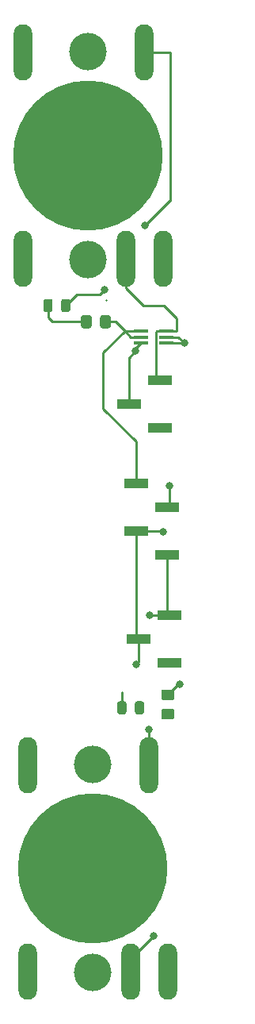
<source format=gbr>
%TF.GenerationSoftware,KiCad,Pcbnew,5.1.6+dfsg1-1*%
%TF.CreationDate,2020-08-19T02:21:13+02:00*%
%TF.ProjectId,midi_breakout,6d696469-5f62-4726-9561-6b6f75742e6b,rev?*%
%TF.SameCoordinates,Original*%
%TF.FileFunction,Copper,L1,Top*%
%TF.FilePolarity,Positive*%
%FSLAX46Y46*%
G04 Gerber Fmt 4.6, Leading zero omitted, Abs format (unit mm)*
G04 Created by KiCad (PCBNEW 5.1.6+dfsg1-1) date 2020-08-19 02:21:13*
%MOMM*%
%LPD*%
G01*
G04 APERTURE LIST*
%TA.AperFunction,SMDPad,CuDef*%
%ADD10R,1.500000X0.400000*%
%TD*%
%TA.AperFunction,SMDPad,CuDef*%
%ADD11R,2.510000X1.000000*%
%TD*%
%TA.AperFunction,SMDPad,CuDef*%
%ADD12O,2.000000X6.000000*%
%TD*%
%TA.AperFunction,WasherPad*%
%ADD13C,4.000000*%
%TD*%
%TA.AperFunction,WasherPad*%
%ADD14C,16.000000*%
%TD*%
%TA.AperFunction,ViaPad*%
%ADD15C,0.800000*%
%TD*%
%TA.AperFunction,Conductor*%
%ADD16C,0.250000*%
%TD*%
G04 APERTURE END LIST*
D10*
%TO.P,D1,6*%
%TO.N,Net-(D1-Pad6)*%
X30674000Y-61480460D03*
%TO.P,D1,5*%
%TO.N,Midi_in_+*%
X30674000Y-60830460D03*
%TO.P,D1,4*%
X30674000Y-60180460D03*
%TO.P,D1,3*%
%TO.N,Net-(D1-Pad3)*%
X33334000Y-60180460D03*
%TO.P,D1,2*%
%TO.N,Midi_in_-*%
X33334000Y-60830460D03*
%TO.P,D1,1*%
X33334000Y-61480460D03*
%TD*%
%TO.P,D2,2*%
%TO.N,Net-(D2-Pad2)*%
%TA.AperFunction,SMDPad,CuDef*%
G36*
G01*
X29984860Y-100825010D02*
X29984860Y-99912510D01*
G75*
G02*
X30228610Y-99668760I243750J0D01*
G01*
X30716110Y-99668760D01*
G75*
G02*
X30959860Y-99912510I0J-243750D01*
G01*
X30959860Y-100825010D01*
G75*
G02*
X30716110Y-101068760I-243750J0D01*
G01*
X30228610Y-101068760D01*
G75*
G02*
X29984860Y-100825010I0J243750D01*
G01*
G37*
%TD.AperFunction*%
%TO.P,D2,1*%
%TO.N,Midi_out_+*%
%TA.AperFunction,SMDPad,CuDef*%
G36*
G01*
X28109860Y-100825010D02*
X28109860Y-99912510D01*
G75*
G02*
X28353610Y-99668760I243750J0D01*
G01*
X28841110Y-99668760D01*
G75*
G02*
X29084860Y-99912510I0J-243750D01*
G01*
X29084860Y-100825010D01*
G75*
G02*
X28841110Y-101068760I-243750J0D01*
G01*
X28353610Y-101068760D01*
G75*
G02*
X28109860Y-100825010I0J243750D01*
G01*
G37*
%TD.AperFunction*%
%TD*%
%TO.P,D3,2*%
%TO.N,Net-(D3-Pad2)*%
%TA.AperFunction,SMDPad,CuDef*%
G36*
G01*
X21195860Y-57012950D02*
X21195860Y-57925450D01*
G75*
G02*
X20952110Y-58169200I-243750J0D01*
G01*
X20464610Y-58169200D01*
G75*
G02*
X20220860Y-57925450I0J243750D01*
G01*
X20220860Y-57012950D01*
G75*
G02*
X20464610Y-56769200I243750J0D01*
G01*
X20952110Y-56769200D01*
G75*
G02*
X21195860Y-57012950I0J-243750D01*
G01*
G37*
%TD.AperFunction*%
%TO.P,D3,1*%
%TO.N,Midi_in_-*%
%TA.AperFunction,SMDPad,CuDef*%
G36*
G01*
X23070860Y-57012950D02*
X23070860Y-57925450D01*
G75*
G02*
X22827110Y-58169200I-243750J0D01*
G01*
X22339610Y-58169200D01*
G75*
G02*
X22095860Y-57925450I0J243750D01*
G01*
X22095860Y-57012950D01*
G75*
G02*
X22339610Y-56769200I243750J0D01*
G01*
X22827110Y-56769200D01*
G75*
G02*
X23070860Y-57012950I0J-243750D01*
G01*
G37*
%TD.AperFunction*%
%TD*%
D11*
%TO.P,J6,4*%
%TO.N,Midi_in_+*%
X30095000Y-76440000D03*
%TO.P,J6,2*%
%TO.N,Midi_out_-*%
X30095000Y-81520000D03*
%TO.P,J6,3*%
%TO.N,Midi_in_-*%
X33405000Y-78980000D03*
%TO.P,J6,1*%
%TO.N,Midi_out_+*%
X33405000Y-84060000D03*
%TD*%
D12*
%TO.P,IN,2*%
%TO.N,N/C*%
X33000000Y-52500000D03*
%TO.P,IN,1*%
X18000000Y-52500000D03*
%TO.P,IN,5*%
%TO.N,Net-(D1-Pad6)*%
X31000000Y-30500000D03*
%TO.P,IN,4*%
%TO.N,Net-(D1-Pad3)*%
X29000000Y-52500000D03*
%TO.P,IN,3*%
%TO.N,N/C*%
X18000000Y-30500000D03*
D13*
%TO.P,IN,*%
%TO.N,*%
X25000000Y-52600000D03*
X25000000Y-30400000D03*
D14*
X25000000Y-41500000D03*
%TD*%
D11*
%TO.P,IN AB,2*%
%TO.N,Net-(D1-Pad6)*%
X29345000Y-68000000D03*
%TO.P,IN AB,3*%
%TO.N,Net-(D1-Pad3)*%
X32655000Y-65460000D03*
%TO.P,IN AB,1*%
%TO.N,N/C*%
X32655000Y-70540000D03*
%TD*%
D12*
%TO.P,OUT,2*%
%TO.N,N/C*%
X33500000Y-128500000D03*
%TO.P,OUT,1*%
X18500000Y-128500000D03*
%TO.P,OUT,5*%
%TO.N,Midi_out_-*%
X31500000Y-106500000D03*
%TO.P,OUT,4*%
%TO.N,Midi_out_+*%
X29500000Y-128500000D03*
%TO.P,OUT,3*%
%TO.N,N/C*%
X18500000Y-106500000D03*
D13*
%TO.P,OUT,*%
%TO.N,*%
X25500000Y-128600000D03*
X25500000Y-106400000D03*
D14*
X25500000Y-117500000D03*
%TD*%
%TO.P,R1,2*%
%TO.N,Net-(D2-Pad2)*%
%TA.AperFunction,SMDPad,CuDef*%
G36*
G01*
X33049999Y-100475000D02*
X33950001Y-100475000D01*
G75*
G02*
X34200000Y-100724999I0J-249999D01*
G01*
X34200000Y-101375001D01*
G75*
G02*
X33950001Y-101625000I-249999J0D01*
G01*
X33049999Y-101625000D01*
G75*
G02*
X32800000Y-101375001I0J249999D01*
G01*
X32800000Y-100724999D01*
G75*
G02*
X33049999Y-100475000I249999J0D01*
G01*
G37*
%TD.AperFunction*%
%TO.P,R1,1*%
%TO.N,Midi_out_+*%
%TA.AperFunction,SMDPad,CuDef*%
G36*
G01*
X33049999Y-98425000D02*
X33950001Y-98425000D01*
G75*
G02*
X34200000Y-98674999I0J-249999D01*
G01*
X34200000Y-99325001D01*
G75*
G02*
X33950001Y-99575000I-249999J0D01*
G01*
X33049999Y-99575000D01*
G75*
G02*
X32800000Y-99325001I0J249999D01*
G01*
X32800000Y-98674999D01*
G75*
G02*
X33049999Y-98425000I249999J0D01*
G01*
G37*
%TD.AperFunction*%
%TD*%
%TO.P,R2,2*%
%TO.N,Net-(D3-Pad2)*%
%TA.AperFunction,SMDPad,CuDef*%
G36*
G01*
X25366560Y-58744699D02*
X25366560Y-59644701D01*
G75*
G02*
X25116561Y-59894700I-249999J0D01*
G01*
X24466559Y-59894700D01*
G75*
G02*
X24216560Y-59644701I0J249999D01*
G01*
X24216560Y-58744699D01*
G75*
G02*
X24466559Y-58494700I249999J0D01*
G01*
X25116561Y-58494700D01*
G75*
G02*
X25366560Y-58744699I0J-249999D01*
G01*
G37*
%TD.AperFunction*%
%TO.P,R2,1*%
%TO.N,Midi_in_+*%
%TA.AperFunction,SMDPad,CuDef*%
G36*
G01*
X27416560Y-58744699D02*
X27416560Y-59644701D01*
G75*
G02*
X27166561Y-59894700I-249999J0D01*
G01*
X26516559Y-59894700D01*
G75*
G02*
X26266560Y-59644701I0J249999D01*
G01*
X26266560Y-58744699D01*
G75*
G02*
X26516559Y-58494700I249999J0D01*
G01*
X27166561Y-58494700D01*
G75*
G02*
X27416560Y-58744699I0J-249999D01*
G01*
G37*
%TD.AperFunction*%
%TD*%
D11*
%TO.P,MIDI_OUT_A1,2*%
%TO.N,Midi_out_-*%
X30345000Y-93000000D03*
%TO.P,MIDI_OUT_A1,3*%
%TO.N,Midi_out_+*%
X33655000Y-90460000D03*
%TO.P,MIDI_OUT_A1,1*%
%TO.N,N/C*%
X33655000Y-95540000D03*
%TD*%
D15*
%TO.N,Midi_in_-*%
X35267900Y-61473080D03*
X33657540Y-76713080D03*
X26710640Y-55753000D03*
%TO.N,Net-(D1-Pad6)*%
X31056580Y-48897540D03*
X30065980Y-62338120D03*
%TO.N,Midi_out_-*%
X33027620Y-81577180D03*
X30093920Y-95763080D03*
X31455360Y-102725220D03*
%TO.N,Midi_out_+*%
X34744660Y-97858580D03*
X31958280Y-124714000D03*
X31556960Y-90487500D03*
%TD*%
D16*
%TO.N,Midi_in_-*%
X26885900Y-56870600D02*
X26936700Y-56921400D01*
X33341380Y-61473080D02*
X33334000Y-61480460D01*
X35267900Y-61473080D02*
X33341380Y-61473080D01*
X34625280Y-60830460D02*
X35267900Y-61473080D01*
X33334000Y-60830460D02*
X34625280Y-60830460D01*
X33657540Y-78727460D02*
X33405000Y-78980000D01*
X33657540Y-76713080D02*
X33657540Y-78727460D01*
X23802560Y-56250000D02*
X22583360Y-57469200D01*
X26213640Y-56250000D02*
X23802560Y-56250000D01*
X26710640Y-55753000D02*
X26213640Y-56250000D01*
%TO.N,Net-(D1-Pad3)*%
X33334000Y-60180460D02*
X34449780Y-60180460D01*
X34449780Y-60180460D02*
X34434780Y-60165460D01*
X34434780Y-60165460D02*
X34434780Y-58834020D01*
X34434780Y-58834020D02*
X33073340Y-57472580D01*
X33073340Y-57472580D02*
X30891480Y-57472580D01*
X29000000Y-55581100D02*
X29000000Y-52500000D01*
X30891480Y-57472580D02*
X29000000Y-55581100D01*
X32258999Y-65063999D02*
X32655000Y-65460000D01*
X32258999Y-60255461D02*
X32258999Y-65063999D01*
X32334000Y-60180460D02*
X32258999Y-60255461D01*
X33334000Y-60180460D02*
X32334000Y-60180460D01*
%TO.N,Midi_in_+*%
X30674000Y-60180460D02*
X30674000Y-60153240D01*
X30674000Y-60830460D02*
X29568140Y-60830460D01*
X27932380Y-59194700D02*
X26841560Y-59194700D01*
X28922740Y-60180460D02*
X28920440Y-60182760D01*
X30674000Y-60180460D02*
X28922740Y-60180460D01*
X29568140Y-60830460D02*
X28920440Y-60182760D01*
X28737560Y-59999880D02*
X28648660Y-59999880D01*
X28920440Y-60182760D02*
X28737560Y-59999880D01*
X28737560Y-59999880D02*
X27932380Y-59194700D01*
X30095000Y-71941500D02*
X30095000Y-76440000D01*
X26611580Y-68458080D02*
X30095000Y-71941500D01*
X26611580Y-62471300D02*
X26611580Y-68458080D01*
X28902420Y-60180460D02*
X26611580Y-62471300D01*
X28922740Y-60180460D02*
X28902420Y-60180460D01*
%TO.N,Net-(D1-Pad6)*%
X31000000Y-30500000D02*
X33766440Y-30500000D01*
X33766440Y-30500000D02*
X33766440Y-46263880D01*
X33690240Y-46263880D02*
X31056580Y-48897540D01*
X33766440Y-46263880D02*
X33690240Y-46263880D01*
X29345000Y-63059100D02*
X30065980Y-62338120D01*
X29345000Y-68000000D02*
X29345000Y-63059100D01*
X30065980Y-62088480D02*
X30674000Y-61480460D01*
X30065980Y-62338120D02*
X30065980Y-62088480D01*
%TO.N,Net-(D2-Pad2)*%
X30472360Y-100022680D02*
X30472360Y-100368760D01*
X30476280Y-100018760D02*
X30472360Y-100022680D01*
%TO.N,Net-(D3-Pad2)*%
X23757200Y-59194700D02*
X24791560Y-59194700D01*
X20708360Y-57469200D02*
X20708360Y-58777880D01*
X21125180Y-59194700D02*
X24791560Y-59194700D01*
X20708360Y-58777880D02*
X21125180Y-59194700D01*
%TO.N,Midi_out_-*%
X32970440Y-81520000D02*
X33027620Y-81577180D01*
X30095000Y-81520000D02*
X32970440Y-81520000D01*
X30095000Y-92750000D02*
X30345000Y-93000000D01*
X30095000Y-81520000D02*
X30095000Y-92750000D01*
X30345000Y-95512000D02*
X30093920Y-95763080D01*
X30345000Y-93000000D02*
X30345000Y-95512000D01*
X31455360Y-106455360D02*
X31500000Y-106500000D01*
X31455360Y-102725220D02*
X31455360Y-106455360D01*
%TO.N,Midi_out_+*%
X33405000Y-90210000D02*
X33655000Y-90460000D01*
X33405000Y-84060000D02*
X33405000Y-90210000D01*
X34641420Y-97858580D02*
X33500000Y-99000000D01*
X34744660Y-97858580D02*
X34641420Y-97858580D01*
X29500000Y-127172280D02*
X29500000Y-128500000D01*
X31958280Y-124714000D02*
X29500000Y-127172280D01*
X33627500Y-90487500D02*
X33655000Y-90460000D01*
X31556960Y-90487500D02*
X33627500Y-90487500D01*
X28597360Y-98737920D02*
X28597360Y-100368760D01*
%TD*%
M02*

</source>
